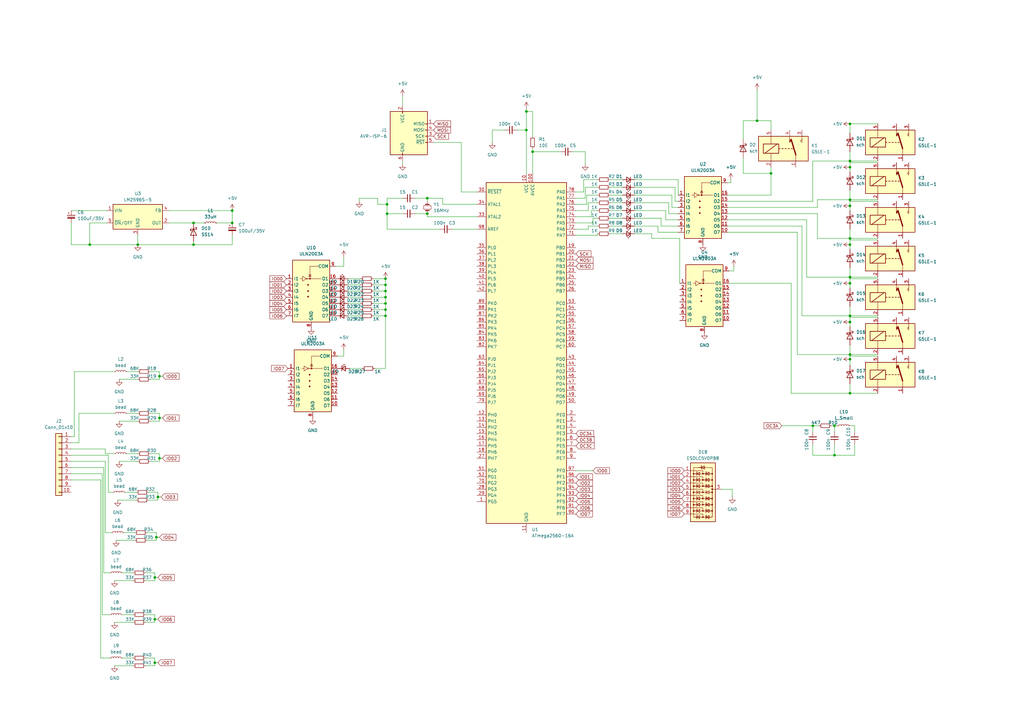
<source format=kicad_sch>
(kicad_sch (version 20230121) (generator eeschema)
  (paper "A3")
  (junction (at 65.405 187.96))
  (junction (at 348.615 97.79))
  (junction (at 348.615 81.915))
  (junction (at 348.615 161.29))
  (junction (at 348.615 129.54))
  (junction (at 95.25 91.44))
  (junction (at 158.115 116.84))
  (junction (at 79.375 100.33))
  (junction (at 348.615 84.455))
  (junction (at 158.115 127))
  (junction (at 348.615 113.665))
  (junction (at 56.515 100.33))
  (junction (at 158.75 87.63))
  (junction (at 316.23 71.12))
  (junction (at 218.44 62.23))
  (junction (at 348.615 132.08))
  (junction (at 158.115 121.92))
  (junction (at 215.9 53.34))
  (junction (at 63.5 271.78))
  (junction (at 64.135 220.345))
  (junction (at 348.615 68.58))
  (junction (at 158.115 129.54))
  (junction (at 79.375 91.44))
  (junction (at 342.265 174.625))
  (junction (at 333.375 174.625))
  (junction (at 65.405 154.305))
  (junction (at 63.5 254))
  (junction (at 158.75 83.82))
  (junction (at 348.615 66.04))
  (junction (at 215.9 45.72))
  (junction (at 348.615 100.33))
  (junction (at 63.5 236.855))
  (junction (at 342.265 186.69))
  (junction (at 348.615 145.415))
  (junction (at 158.115 114.3))
  (junction (at 175.26 87.63))
  (junction (at 64.77 203.835))
  (junction (at 310.515 49.53))
  (junction (at 348.615 116.205))
  (junction (at 95.25 86.36))
  (junction (at 36.83 100.33))
  (junction (at 348.615 50.8))
  (junction (at 348.615 147.32))
  (junction (at 175.26 81.28))
  (junction (at 158.115 119.38))
  (junction (at 158.115 124.46))
  (junction (at 65.405 171.45))
  (wire (pts (xy 250.19 95.885) (xy 255.27 95.885)))
  (wire (pts (xy 360.045 66.04) (xy 348.615 66.04)))
  (wire (pts (xy 147.955 114.3) (xy 142.875 114.3)))
  (wire (pts (xy 304.8 64.77) (xy 304.8 71.12)))
  (wire (pts (xy 327.025 95.25) (xy 327.025 145.415)))
  (wire (pts (xy 215.9 53.34) (xy 215.9 71.12)))
  (wire (pts (xy 348.615 66.04) (xy 348.615 62.23)))
  (wire (pts (xy 242.57 86.36) (xy 245.11 86.36)))
  (wire (pts (xy 69.215 91.44) (xy 79.375 91.44)))
  (wire (pts (xy 335.28 87.63) (xy 335.28 97.79)))
  (wire (pts (xy 241.3 92.71) (xy 245.11 92.71)))
  (wire (pts (xy 59.69 252.095) (xy 63.5 252.095)))
  (wire (pts (xy 50.165 252.095) (xy 54.61 252.095)))
  (wire (pts (xy 239.395 78.74) (xy 239.395 73.66)))
  (wire (pts (xy 175.26 81.28) (xy 175.26 82.55)))
  (wire (pts (xy 56.515 100.33) (xy 56.515 96.52)))
  (wire (pts (xy 64.135 218.44) (xy 64.135 220.345)))
  (wire (pts (xy 360.045 66.675) (xy 348.615 66.675)))
  (wire (pts (xy 63.5 271.78) (xy 64.77 271.78)))
  (wire (pts (xy 236.22 93.98) (xy 241.3 93.98)))
  (wire (pts (xy 324.485 161.29) (xy 348.615 161.29)))
  (wire (pts (xy 310.515 36.83) (xy 310.515 49.53)))
  (wire (pts (xy 271.145 89.535) (xy 271.145 92.71)))
  (wire (pts (xy 218.44 60.96) (xy 218.44 62.23)))
  (wire (pts (xy 348.615 161.29) (xy 348.615 157.48)))
  (wire (pts (xy 236.22 91.44) (xy 243.205 91.44)))
  (wire (pts (xy 195.58 88.9) (xy 175.26 88.9)))
  (wire (pts (xy 95.25 86.36) (xy 95.25 91.44)))
  (wire (pts (xy 60.325 218.44) (xy 64.135 218.44)))
  (wire (pts (xy 207.01 53.34) (xy 201.93 53.34)))
  (wire (pts (xy 328.93 129.54) (xy 348.615 129.54)))
  (wire (pts (xy 29.21 184.15) (xy 43.18 184.15)))
  (wire (pts (xy 29.21 181.61) (xy 32.385 181.61)))
  (wire (pts (xy 181.61 81.28) (xy 175.26 81.28)))
  (wire (pts (xy 267.335 97.79) (xy 278.765 97.79)))
  (wire (pts (xy 267.335 95.885) (xy 267.335 97.79)))
  (wire (pts (xy 158.115 127) (xy 158.115 124.46)))
  (wire (pts (xy 36.83 91.44) (xy 36.83 100.33)))
  (wire (pts (xy 65.405 172.72) (xy 61.595 172.72)))
  (wire (pts (xy 275.59 85.09) (xy 278.13 85.09)))
  (wire (pts (xy 61.595 152.4) (xy 65.405 152.4)))
  (wire (pts (xy 333.375 66.04) (xy 348.615 66.04)))
  (wire (pts (xy 48.895 172.72) (xy 56.515 172.72)))
  (wire (pts (xy 65.405 171.45) (xy 65.405 172.72)))
  (wire (pts (xy 50.165 234.95) (xy 54.61 234.95)))
  (wire (pts (xy 333.375 177.165) (xy 333.375 174.625)))
  (wire (pts (xy 42.545 191.77) (xy 42.545 234.95)))
  (wire (pts (xy 43.815 91.44) (xy 36.83 91.44)))
  (wire (pts (xy 138.43 146.05) (xy 140.97 146.05)))
  (wire (pts (xy 65.405 169.545) (xy 65.405 171.45)))
  (wire (pts (xy 348.615 82.55) (xy 360.045 82.55)))
  (wire (pts (xy 65.405 155.575) (xy 61.595 155.575)))
  (wire (pts (xy 333.375 182.245) (xy 333.375 186.69)))
  (wire (pts (xy 276.86 76.835) (xy 276.86 82.55)))
  (wire (pts (xy 63.5 254) (xy 63.5 255.27)))
  (wire (pts (xy 240.03 76.835) (xy 245.11 76.835)))
  (wire (pts (xy 63.5 238.125) (xy 59.69 238.125)))
  (wire (pts (xy 348.615 118.11) (xy 348.615 116.205)))
  (wire (pts (xy 250.19 83.185) (xy 255.27 83.185)))
  (wire (pts (xy 273.05 90.17) (xy 278.13 90.17)))
  (wire (pts (xy 46.99 238.125) (xy 54.61 238.125)))
  (wire (pts (xy 269.875 95.25) (xy 278.13 95.25)))
  (wire (pts (xy 147.955 124.46) (xy 142.875 124.46)))
  (wire (pts (xy 260.35 86.36) (xy 273.05 86.36)))
  (wire (pts (xy 218.44 45.72) (xy 215.9 45.72)))
  (wire (pts (xy 41.275 196.85) (xy 41.275 269.875)))
  (wire (pts (xy 165.1 81.28) (xy 158.75 81.28)))
  (wire (pts (xy 153.035 121.92) (xy 158.115 121.92)))
  (wire (pts (xy 260.35 92.71) (xy 269.875 92.71)))
  (wire (pts (xy 250.19 76.835) (xy 255.27 76.835)))
  (wire (pts (xy 240.665 80.01) (xy 245.11 80.01)))
  (wire (pts (xy 348.615 132.08) (xy 348.615 130.175)))
  (wire (pts (xy 153.035 127) (xy 158.115 127)))
  (wire (pts (xy 29.21 179.07) (xy 30.48 179.07)))
  (wire (pts (xy 79.375 99.06) (xy 79.375 100.33)))
  (wire (pts (xy 260.35 76.835) (xy 276.86 76.835)))
  (wire (pts (xy 30.48 179.07) (xy 30.48 152.4)))
  (wire (pts (xy 158.75 93.98) (xy 158.75 87.63)))
  (wire (pts (xy 29.21 191.77) (xy 42.545 191.77)))
  (wire (pts (xy 243.205 89.535) (xy 245.11 89.535)))
  (wire (pts (xy 158.75 83.82) (xy 158.75 87.63)))
  (wire (pts (xy 218.44 62.23) (xy 229.87 62.23)))
  (wire (pts (xy 64.77 203.835) (xy 66.04 203.835)))
  (wire (pts (xy 234.95 62.23) (xy 240.03 62.23)))
  (wire (pts (xy 348.615 116.205) (xy 348.615 114.3)))
  (wire (pts (xy 158.115 116.84) (xy 153.035 116.84)))
  (wire (pts (xy 218.44 55.88) (xy 218.44 45.72)))
  (wire (pts (xy 348.615 130.175) (xy 360.045 130.175)))
  (wire (pts (xy 260.35 89.535) (xy 271.145 89.535)))
  (wire (pts (xy 240.03 81.28) (xy 240.03 76.835)))
  (wire (pts (xy 43.18 189.23) (xy 43.18 218.44)))
  (wire (pts (xy 65.405 187.96) (xy 65.405 189.23)))
  (wire (pts (xy 29.21 196.85) (xy 41.275 196.85)))
  (wire (pts (xy 348.615 133.985) (xy 348.615 132.08)))
  (wire (pts (xy 154.94 83.82) (xy 158.75 83.82)))
  (wire (pts (xy 269.875 92.71) (xy 269.875 95.25)))
  (wire (pts (xy 170.18 81.28) (xy 175.26 81.28)))
  (wire (pts (xy 239.395 73.66) (xy 245.11 73.66)))
  (wire (pts (xy 304.8 71.12) (xy 316.23 71.12)))
  (wire (pts (xy 316.23 80.01) (xy 316.23 71.12)))
  (wire (pts (xy 348.615 66.675) (xy 348.615 68.58)))
  (wire (pts (xy 50.8 218.44) (xy 55.245 218.44)))
  (wire (pts (xy 36.83 100.33) (xy 56.515 100.33)))
  (wire (pts (xy 63.5 236.855) (xy 63.5 238.125)))
  (wire (pts (xy 153.035 129.54) (xy 158.115 129.54)))
  (wire (pts (xy 240.03 62.23) (xy 240.03 67.31)))
  (wire (pts (xy 350.52 182.245) (xy 350.52 186.69)))
  (wire (pts (xy 65.405 154.305) (xy 66.675 154.305)))
  (wire (pts (xy 299.085 111.125) (xy 300.99 111.125)))
  (wire (pts (xy 348.615 50.8) (xy 360.045 50.8)))
  (wire (pts (xy 348.615 68.58) (xy 348.615 70.485)))
  (wire (pts (xy 50.165 269.875) (xy 54.61 269.875)))
  (wire (pts (xy 342.265 174.625) (xy 342.265 177.165)))
  (wire (pts (xy 63.5 234.95) (xy 63.5 236.855)))
  (wire (pts (xy 333.375 82.55) (xy 333.375 66.04)))
  (wire (pts (xy 275.59 80.01) (xy 275.59 85.09)))
  (wire (pts (xy 360.045 129.54) (xy 348.615 129.54)))
  (wire (pts (xy 153.035 119.38) (xy 158.115 119.38)))
  (wire (pts (xy 274.32 87.63) (xy 278.13 87.63)))
  (wire (pts (xy 52.07 152.4) (xy 56.515 152.4)))
  (wire (pts (xy 316.23 49.53) (xy 316.23 53.34)))
  (wire (pts (xy 360.045 145.415) (xy 348.615 145.415)))
  (wire (pts (xy 348.615 81.915) (xy 348.615 78.105)))
  (wire (pts (xy 65.405 187.96) (xy 66.675 187.96)))
  (wire (pts (xy 59.69 234.95) (xy 63.5 234.95)))
  (wire (pts (xy 360.045 161.29) (xy 348.615 161.29)))
  (wire (pts (xy 158.75 81.28) (xy 158.75 83.82)))
  (wire (pts (xy 350.52 186.69) (xy 342.265 186.69)))
  (wire (pts (xy 250.19 73.66) (xy 255.27 73.66)))
  (wire (pts (xy 64.77 201.93) (xy 64.77 203.835)))
  (wire (pts (xy 153.035 114.3) (xy 158.115 114.3)))
  (wire (pts (xy 32.385 181.61) (xy 32.385 169.545)))
  (wire (pts (xy 340.995 174.625) (xy 342.265 174.625)))
  (wire (pts (xy 43.18 184.15) (xy 43.18 186.055)))
  (wire (pts (xy 298.45 90.17) (xy 330.835 90.17)))
  (wire (pts (xy 348.615 114.3) (xy 360.045 114.3)))
  (wire (pts (xy 147.955 121.92) (xy 142.875 121.92)))
  (wire (pts (xy 64.135 221.615) (xy 60.325 221.615)))
  (wire (pts (xy 250.19 89.535) (xy 255.27 89.535)))
  (wire (pts (xy 63.5 269.875) (xy 63.5 271.78)))
  (wire (pts (xy 299.085 116.205) (xy 324.485 116.205)))
  (wire (pts (xy 348.615 149.86) (xy 348.615 147.32)))
  (wire (pts (xy 298.45 95.25) (xy 327.025 95.25)))
  (wire (pts (xy 29.21 91.44) (xy 29.21 100.33)))
  (wire (pts (xy 44.45 201.93) (xy 46.355 201.93)))
  (wire (pts (xy 212.09 53.34) (xy 215.9 53.34)))
  (wire (pts (xy 324.485 116.205) (xy 324.485 161.29)))
  (wire (pts (xy 298.45 92.71) (xy 328.93 92.71)))
  (wire (pts (xy 95.25 96.52) (xy 95.25 100.33)))
  (wire (pts (xy 278.13 73.66) (xy 278.13 80.01)))
  (wire (pts (xy 327.025 145.415) (xy 348.615 145.415)))
  (wire (pts (xy 63.5 255.27) (xy 59.69 255.27)))
  (wire (pts (xy 274.32 83.185) (xy 274.32 87.63)))
  (wire (pts (xy 304.8 49.53) (xy 310.515 49.53)))
  (wire (pts (xy 65.405 152.4) (xy 65.405 154.305)))
  (wire (pts (xy 201.93 53.34) (xy 201.93 58.42)))
  (wire (pts (xy 64.135 220.345) (xy 65.405 220.345)))
  (wire (pts (xy 298.45 74.93) (xy 299.72 74.93)))
  (wire (pts (xy 51.435 201.93) (xy 55.88 201.93)))
  (wire (pts (xy 278.765 97.79) (xy 278.765 116.205)))
  (wire (pts (xy 64.77 205.105) (xy 60.96 205.105)))
  (wire (pts (xy 236.22 96.52) (xy 245.11 96.52)))
  (wire (pts (xy 348.615 86.36) (xy 348.615 84.455)))
  (wire (pts (xy 148.59 151.13) (xy 143.51 151.13)))
  (wire (pts (xy 245.11 96.52) (xy 245.11 95.885)))
  (wire (pts (xy 260.35 95.885) (xy 267.335 95.885)))
  (wire (pts (xy 29.21 100.33) (xy 36.83 100.33)))
  (wire (pts (xy 44.45 186.69) (xy 44.45 201.93)))
  (wire (pts (xy 43.18 218.44) (xy 45.72 218.44)))
  (wire (pts (xy 236.22 78.74) (xy 239.395 78.74)))
  (wire (pts (xy 158.115 119.38) (xy 158.115 116.84)))
  (wire (pts (xy 299.72 74.93) (xy 299.72 73.66)))
  (wire (pts (xy 240.665 83.82) (xy 240.665 80.01)))
  (wire (pts (xy 316.23 71.12) (xy 316.23 68.58)))
  (wire (pts (xy 41.91 252.095) (xy 45.085 252.095)))
  (wire (pts (xy 348.615 146.05) (xy 360.045 146.05)))
  (wire (pts (xy 348.615 145.415) (xy 348.615 141.605)))
  (wire (pts (xy 348.615 84.455) (xy 348.615 82.55)))
  (wire (pts (xy 140.97 109.22) (xy 140.97 105.41)))
  (wire (pts (xy 165.1 39.37) (xy 165.1 43.18)))
  (wire (pts (xy 348.615 113.665) (xy 348.615 109.855)))
  (wire (pts (xy 165.1 66.04) (xy 165.1 67.31)))
  (wire (pts (xy 46.99 273.05) (xy 54.61 273.05)))
  (wire (pts (xy 175.26 88.9) (xy 175.26 87.63)))
  (wire (pts (xy 64.77 203.835) (xy 64.77 205.105)))
  (wire (pts (xy 158.115 124.46) (xy 158.115 121.92)))
  (wire (pts (xy 350.52 174.625) (xy 350.52 177.165)))
  (wire (pts (xy 342.265 174.625) (xy 343.535 174.625)))
  (wire (pts (xy 147.955 127) (xy 142.875 127)))
  (wire (pts (xy 29.21 186.69) (xy 44.45 186.69)))
  (wire (pts (xy 342.265 186.69) (xy 342.265 182.245)))
  (wire (pts (xy 243.205 91.44) (xy 243.205 89.535)))
  (wire (pts (xy 158.115 151.13) (xy 158.115 129.54)))
  (wire (pts (xy 185.42 93.98) (xy 195.58 93.98)))
  (wire (pts (xy 69.215 86.36) (xy 95.25 86.36)))
  (wire (pts (xy 236.22 81.28) (xy 240.03 81.28)))
  (wire (pts (xy 61.595 186.055) (xy 65.405 186.055)))
  (wire (pts (xy 41.275 269.875) (xy 45.085 269.875)))
  (wire (pts (xy 273.05 86.36) (xy 273.05 90.17)))
  (wire (pts (xy 271.145 92.71) (xy 278.13 92.71)))
  (wire (pts (xy 218.44 62.23) (xy 218.44 71.12)))
  (wire (pts (xy 250.19 80.01) (xy 255.27 80.01)))
  (wire (pts (xy 158.115 129.54) (xy 158.115 127)))
  (wire (pts (xy 335.28 85.09) (xy 335.28 81.915)))
  (wire (pts (xy 63.5 271.78) (xy 63.5 273.05)))
  (wire (pts (xy 65.405 189.23) (xy 61.595 189.23)))
  (wire (pts (xy 242.57 88.9) (xy 242.57 86.36)))
  (wire (pts (xy 147.955 129.54) (xy 142.875 129.54)))
  (wire (pts (xy 63.5 252.095) (xy 63.5 254)))
  (wire (pts (xy 360.045 97.79) (xy 348.615 97.79)))
  (wire (pts (xy 189.23 58.42) (xy 189.23 78.74)))
  (wire (pts (xy 241.3 86.36) (xy 241.3 83.185)))
  (wire (pts (xy 60.96 201.93) (xy 64.77 201.93)))
  (wire (pts (xy 64.135 220.345) (xy 64.135 221.615)))
  (wire (pts (xy 295.91 200.66) (xy 300.355 200.66)))
  (wire (pts (xy 298.45 87.63) (xy 335.28 87.63)))
  (wire (pts (xy 63.5 254) (xy 64.77 254)))
  (wire (pts (xy 59.69 269.875) (xy 63.5 269.875)))
  (wire (pts (xy 181.61 83.82) (xy 181.61 81.28)))
  (wire (pts (xy 48.895 189.23) (xy 56.515 189.23)))
  (wire (pts (xy 250.19 86.36) (xy 255.27 86.36)))
  (wire (pts (xy 241.3 83.185) (xy 245.11 83.185)))
  (wire (pts (xy 153.67 151.13) (xy 158.115 151.13)))
  (wire (pts (xy 52.07 169.545) (xy 56.515 169.545)))
  (wire (pts (xy 48.895 155.575) (xy 56.515 155.575)))
  (wire (pts (xy 348.615 97.79) (xy 348.615 93.98)))
  (wire (pts (xy 65.405 154.305) (xy 65.405 155.575)))
  (wire (pts (xy 79.375 91.44) (xy 83.82 91.44)))
  (wire (pts (xy 298.45 85.09) (xy 335.28 85.09)))
  (wire (pts (xy 348.615 147.32) (xy 348.615 146.05)))
  (wire (pts (xy 158.115 121.92) (xy 158.115 119.38)))
  (wire (pts (xy 158.115 114.3) (xy 158.115 116.84)))
  (wire (pts (xy 154.94 81.28) (xy 154.94 83.82)))
  (wire (pts (xy 153.035 124.46) (xy 158.115 124.46)))
  (wire (pts (xy 47.625 221.615) (xy 55.245 221.615)))
  (wire (pts (xy 147.32 81.28) (xy 154.94 81.28)))
  (wire (pts (xy 236.22 86.36) (xy 241.3 86.36)))
  (wire (pts (xy 137.795 109.22) (xy 140.97 109.22)))
  (wire (pts (xy 298.45 82.55) (xy 333.375 82.55)))
  (wire (pts (xy 260.35 73.66) (xy 278.13 73.66)))
  (wire (pts (xy 236.22 88.9) (xy 242.57 88.9)))
  (wire (pts (xy 333.375 186.69) (xy 342.265 186.69)))
  (wire (pts (xy 65.405 186.055) (xy 65.405 187.96)))
  (wire (pts (xy 195.58 83.82) (xy 181.61 83.82)))
  (wire (pts (xy 52.07 186.055) (xy 56.515 186.055)))
  (wire (pts (xy 335.28 97.79) (xy 348.615 97.79)))
  (wire (pts (xy 260.35 80.01) (xy 275.59 80.01)))
  (wire (pts (xy 48.26 205.105) (xy 55.88 205.105)))
  (wire (pts (xy 300.355 200.66) (xy 300.355 203.835)))
  (wire (pts (xy 348.615 54.61) (xy 348.615 50.8)))
  (wire (pts (xy 304.8 57.15) (xy 304.8 49.53)))
  (wire (pts (xy 348.615 174.625) (xy 350.52 174.625)))
  (wire (pts (xy 170.18 87.63) (xy 175.26 87.63)))
  (wire (pts (xy 147.955 116.84) (xy 142.875 116.84)))
  (wire (pts (xy 29.21 189.23) (xy 43.18 189.23)))
  (wire (pts (xy 41.91 194.31) (xy 41.91 252.095)))
  (wire (pts (xy 63.5 273.05) (xy 59.69 273.05)))
  (wire (pts (xy 215.9 44.45) (xy 215.9 45.72)))
  (wire (pts (xy 147.32 82.55) (xy 147.32 81.28)))
  (wire (pts (xy 158.75 87.63) (xy 165.1 87.63)))
  (wire (pts (xy 79.375 100.33) (xy 56.515 100.33)))
  (wire (pts (xy 42.545 234.95) (xy 45.085 234.95)))
  (wire (pts (xy 348.615 100.33) (xy 348.615 98.425)))
  (wire (pts (xy 140.97 146.05) (xy 140.97 143.51)))
  (wire (pts (xy 360.045 113.665) (xy 348.615 113.665)))
  (wire (pts (xy 335.28 81.915) (xy 348.615 81.915)))
  (wire (pts (xy 330.835 113.665) (xy 348.615 113.665)))
  (wire (pts (xy 215.9 45.72) (xy 215.9 53.34)))
  (wire (pts (xy 330.835 90.17) (xy 330.835 113.665)))
  (wire (pts (xy 276.86 82.55) (xy 278.13 82.55)))
  (wire (pts (xy 328.93 92.71) (xy 328.93 129.54)))
  (wire (pts (xy 63.5 236.855) (xy 64.77 236.855)))
  (wire (pts (xy 250.19 92.71) (xy 255.27 92.71)))
  (wire (pts (xy 236.22 83.82) (xy 240.665 83.82)))
  (wire (pts (xy 147.955 119.38) (xy 142.875 119.38)))
  (wire (pts (xy 300.99 111.125) (xy 300.99 109.22)))
  (wire (pts (xy 180.34 93.98) (xy 158.75 93.98)))
  (wire (pts (xy 236.22 193.04) (xy 243.205 193.04)))
  (wire (pts (xy 360.045 81.915) (xy 348.615 81.915)))
  (wire (pts (xy 30.48 152.4) (xy 46.99 152.4)))
  (wire (pts (xy 32.385 169.545) (xy 46.99 169.545)))
  (wire (pts (xy 310.515 49.53) (xy 316.23 49.53)))
  (wire (pts (xy 333.375 174.625) (xy 335.915 174.625)))
  (wire (pts (xy 88.9 91.44) (xy 95.25 91.44)))
  (wire (pts (xy 348.615 129.54) (xy 348.615 125.73)))
  (wire (pts (xy 260.35 83.185) (xy 274.32 83.185)))
  (wire (pts (xy 348.615 98.425) (xy 360.045 98.425)))
  (wire (pts (xy 298.45 80.01) (xy 316.23 80.01)))
  (wire (pts (xy 320.675 174.625) (xy 333.375 174.625)))
  (wire (pts (xy 46.99 255.27) (xy 54.61 255.27)))
  (wire (pts (xy 65.405 171.45) (xy 66.675 171.45)))
  (wire (pts (xy 95.25 100.33) (xy 79.375 100.33)))
  (wire (pts (xy 241.3 93.98) (xy 241.3 92.71)))
  (wire (pts (xy 177.8 58.42) (xy 189.23 58.42)))
  (wire (pts (xy 29.21 86.36) (xy 43.815 86.36)))
  (wire (pts (xy 348.615 102.235) (xy 348.615 100.33)))
  (wire (pts (xy 29.21 194.31) (xy 41.91 194.31)))
  (wire (pts (xy 61.595 169.545) (xy 65.405 169.545)))
  (wire (pts (xy 43.18 186.055) (xy 46.99 186.055)))
  (wire (pts (xy 189.23 78.74) (xy 195.58 78.74)))
  (global_label "IO04" (shape input) (at 280.67 203.2 180) (property "Intersheetrefs" "${INTERSHEET_REFS}" (effects hide)))
  (global_label "IO01" (shape input) (at 66.675 171.45 0) (property "Intersheetrefs" "${INTERSHEET_REFS}" (effects hide)))
  (global_label "IO04" (shape input) (at 65.405 220.345 0) (property "Intersheetrefs" "${INTERSHEET_REFS}" (effects hide)))
  (global_label "IO05" (shape input) (at 64.77 236.855 0) (property "Intersheetrefs" "${INTERSHEET_REFS}" (effects hide)))
  (global_label "IO04" (shape input) (at 236.22 203.2 0) (property "Intersheetrefs" "${INTERSHEET_REFS}" (effects hide)))
  (global_label "OC3C" (shape input) (at 236.22 182.88 0) (property "Intersheetrefs" "${INTERSHEET_REFS}" (effects hide)))
  (global_label "SCK" (shape input) (at 177.8 55.88 0) (property "Intersheetrefs" "${INTERSHEET_REFS}" (effects hide)))
  (global_label "MOSI" (shape input) (at 236.22 106.68 0) (property "Intersheetrefs" "${INTERSHEET_REFS}" (effects hide)))
  (global_label "IO01" (shape input) (at 280.67 195.58 180) (property "Intersheetrefs" "${INTERSHEET_REFS}" (effects hide)))
  (global_label "IO03" (shape input) (at 117.475 121.92 180) (property "Intersheetrefs" "${INTERSHEET_REFS}" (effects hide)))
  (global_label "IO00" (shape input) (at 280.67 193.04 180) (property "Intersheetrefs" "${INTERSHEET_REFS}" (effects hide)))
  (global_label "SCK" (shape input) (at 236.22 104.14 0) (property "Intersheetrefs" "${INTERSHEET_REFS}" (effects hide)))
  (global_label "MISO" (shape input) (at 236.22 109.22 0) (property "Intersheetrefs" "${INTERSHEET_REFS}" (effects hide)))
  (global_label "IO00" (shape input) (at 117.475 114.3 180) (property "Intersheetrefs" "${INTERSHEET_REFS}" (effects hide)))
  (global_label "IO03" (shape input) (at 66.04 203.835 0) (property "Intersheetrefs" "${INTERSHEET_REFS}" (effects hide)))
  (global_label "OC3B" (shape input) (at 236.22 180.34 0) (property "Intersheetrefs" "${INTERSHEET_REFS}" (effects hide)))
  (global_label "IO07" (shape input) (at 64.77 271.78 0) (property "Intersheetrefs" "${INTERSHEET_REFS}" (effects hide)))
  (global_label "OC3A" (shape input) (at 236.22 177.8 0) (property "Intersheetrefs" "${INTERSHEET_REFS}" (effects hide)))
  (global_label "OC3A" (shape input) (at 320.675 174.625 180) (property "Intersheetrefs" "${INTERSHEET_REFS}" (effects hide)))
  (global_label "IO02" (shape input) (at 66.675 187.96 0) (property "Intersheetrefs" "${INTERSHEET_REFS}" (effects hide)))
  (global_label "IO00" (shape input) (at 66.675 154.305 0) (property "Intersheetrefs" "${INTERSHEET_REFS}" (effects hide)))
  (global_label "IO06" (shape input) (at 236.22 208.28 0) (property "Intersheetrefs" "${INTERSHEET_REFS}" (effects hide)))
  (global_label "IO07" (shape input) (at 280.67 210.82 180) (property "Intersheetrefs" "${INTERSHEET_REFS}" (effects hide)))
  (global_label "MOSI" (shape input) (at 177.8 53.34 0) (property "Intersheetrefs" "${INTERSHEET_REFS}" (effects hide)))
  (global_label "IO01" (shape input) (at 236.22 195.58 0) (property "Intersheetrefs" "${INTERSHEET_REFS}" (effects hide)))
  (global_label "IO00" (shape input) (at 243.205 193.04 0) (property "Intersheetrefs" "${INTERSHEET_REFS}" (effects hide)))
  (global_label "IO05" (shape input) (at 280.67 205.74 180) (property "Intersheetrefs" "${INTERSHEET_REFS}" (effects hide)))
  (global_label "IO02" (shape input) (at 117.475 119.38 180) (property "Intersheetrefs" "${INTERSHEET_REFS}" (effects hide)))
  (global_label "IO07" (shape input) (at 236.22 210.82 0) (property "Intersheetrefs" "${INTERSHEET_REFS}" (effects hide)))
  (global_label "MISO" (shape input) (at 177.8 50.8 0) (property "Intersheetrefs" "${INTERSHEET_REFS}" (effects hide)))
  (global_label "IO01" (shape input) (at 117.475 116.84 180) (property "Intersheetrefs" "${INTERSHEET_REFS}" (effects hide)))
  (global_label "IO02" (shape input) (at 280.67 198.12 180) (property "Intersheetrefs" "${INTERSHEET_REFS}" (effects hide)))
  (global_label "IO06" (shape input) (at 64.77 254 0) (property "Intersheetrefs" "${INTERSHEET_REFS}" (effects hide)))
  (global_label "IO04" (shape input) (at 117.475 124.46 180) (property "Intersheetrefs" "${INTERSHEET_REFS}" (effects hide)))
  (global_label "IO03" (shape input) (at 280.67 200.66 180) (property "Intersheetrefs" "${INTERSHEET_REFS}" (effects hide)))
  (global_label "IO06" (shape input) (at 117.475 129.54 180) (property "Intersheetrefs" "${INTERSHEET_REFS}" (effects hide)))
  (global_label "IO07" (shape input) (at 118.11 151.13 180) (property "Intersheetrefs" "${INTERSHEET_REFS}" (effects hide)))
  (global_label "IO02" (shape input) (at 236.22 198.12 0) (property "Intersheetrefs" "${INTERSHEET_REFS}" (effects hide)))
  (global_label "IO05" (shape input) (at 117.475 127 180) (property "Intersheetrefs" "${INTERSHEET_REFS}" (effects hide)))
  (global_label "IO03" (shape input) (at 236.22 200.66 0) (property "Intersheetrefs" "${INTERSHEET_REFS}" (effects hide)))
  (global_label "IO06" (shape input) (at 280.67 208.28 180) (property "Intersheetrefs" "${INTERSHEET_REFS}" (effects hide)))
  (global_label "IO05" (shape input) (at 236.22 205.74 0) (property "Intersheetrefs" "${INTERSHEET_REFS}" (effects hide)))
  (symbol (lib_id "Device:LED_Small") (at 140.335 129.54 0) (unit 1)
    (property "Reference" "D25" (at 144.145 130.81 0))
    (property "Value" "LED" (at 136.525 130.81 0))
    (property "Footprint" "LED_SMD:LED_0805_2012Metric_Pad1.15x1.40mm_HandSolder" (effects hide))
  )
  (symbol (lib_id "Power_Protection:ESDLC5V0PB8") (at 288.29 200.66 90) (mirror x) (unit 1)
    (property "Reference" "D18" (at 288.29 185.42 90))
    (property "Value" "ESDLC5V0PB8" (at 288.29 187.96 90))
    (property "Footprint" "Package_DFN_QFN:UDFN-9_1.0x3.8mm_P0.5mm" (effects hide))
    (property "Datasheet" "https://www.mccsemi.com/pdf/Products/ESDLC5V0PB8(DFN3810-9)-A.pdf" (effects hide))
  )
  (symbol (lib_id "Device:R_Small") (at 59.055 189.23 90) (unit 1)
    (property "Reference" "R31" (at 62.23 187.96 90))
    (property "Value" "33K" (at 55.245 187.96 90))
    (property "Footprint" "Resistor_SMD:R_0805_2012Metric_Pad1.20x1.40mm_HandSolder" (effects hide))
  )
  (symbol (lib_id "Device:R_Small") (at 247.65 76.835 90) (unit 1)
    (property "Reference" "R3" (at 250.825 75.565 90))
    (property "Value" "1K" (at 243.84 75.565 90))
    (property "Footprint" "Resistor_SMD:R_0805_2012Metric_Pad1.20x1.40mm_HandSolder" (effects hide))
  )
  (symbol (lib_id "Relay:G5LE-1") (at 365.125 58.42 0) (unit 1)
    (property "Reference" "K2" (at 376.555 57.15 0) (effects (justify left)))
    (property "Value" "G5LE-1" (at 376.555 59.69 0) (effects (justify left)))
    (property "Footprint" "Relay_THT:Relay_SPDT_Omron-G5LE-1" (effects hide))
    (property "Datasheet" "http://www.omron.com/ecb/products/pdf/en-g5le.pdf" (effects hide))
  )
  (symbol (lib_id "power:+5V") (at 348.615 68.58 90) (unit 1)
    (property "Reference" "#PWR013" (effects hide))
    (property "Value" "+5V" (at 345.44 68.58 90) (effects (justify left)))
  )
  (symbol (lib_id "power:+5V") (at 348.615 132.08 90) (unit 1)
    (property "Reference" "#PWR017" (effects hide))
    (property "Value" "+5V" (at 345.44 132.08 90) (effects (justify left)))
  )
  (symbol (lib_id "Device:R_Small") (at 247.65 95.885 90) (unit 1)
    (property "Reference" "R9" (at 250.825 94.615 90))
    (property "Value" "1K" (at 243.84 94.615 90))
    (property "Footprint" "Resistor_SMD:R_0805_2012Metric_Pad1.20x1.40mm_HandSolder" (effects hide))
  )
  (symbol (lib_id "power:GND") (at 127.635 134.62 0) (unit 1)
    (property "Reference" "#PWR033" (effects hide))
    (property "Value" "GND" (at 127.635 139.7 0))
  )
  (symbol (lib_id "Device:LED_Small") (at 140.97 151.13 0) (unit 1)
    (property "Reference" "D26" (at 144.78 152.4 0))
    (property "Value" "LED" (at 137.16 152.4 0))
    (property "Footprint" "LED_SMD:LED_0805_2012Metric_Pad1.15x1.40mm_HandSolder" (effects hide))
  )
  (symbol (lib_id "Device:R_Small") (at 247.65 83.185 90) (unit 1)
    (property "Reference" "R5" (at 250.825 81.915 90))
    (property "Value" "1K" (at 243.84 81.915 90))
    (property "Footprint" "Resistor_SMD:R_0805_2012Metric_Pad1.20x1.40mm_HandSolder" (effects hide))
  )
  (symbol (lib_id "Device:LED_Small") (at 140.335 121.92 0) (unit 1)
    (property "Reference" "D22" (at 144.145 123.19 0))
    (property "Value" "LED" (at 136.525 123.19 0))
    (property "Footprint" "LED_SMD:LED_0805_2012Metric_Pad1.15x1.40mm_HandSolder" (effects hide))
  )
  (symbol (lib_id "Device:R_Small") (at 57.785 221.615 90) (unit 1)
    (property "Reference" "R35" (at 60.96 220.345 90))
    (property "Value" "33K" (at 53.975 220.345 90))
    (property "Footprint" "Resistor_SMD:R_0805_2012Metric_Pad1.20x1.40mm_HandSolder" (effects hide))
  )
  (symbol (lib_id "power:GND") (at 48.26 205.105 0) (unit 1)
    (property "Reference" "#PWR038" (effects hide))
    (property "Value" "GND" (at 48.26 210.185 0))
  )
  (symbol (lib_id "Device:R_Small") (at 57.15 273.05 90) (unit 1)
    (property "Reference" "R41" (at 60.325 271.78 90))
    (property "Value" "33K" (at 53.34 271.78 90))
    (property "Footprint" "Resistor_SMD:R_0805_2012Metric_Pad1.20x1.40mm_HandSolder" (effects hide))
  )
  (symbol (lib_id "Device:Crystal_Small") (at 175.26 85.09 90) (unit 1)
    (property "Reference" "Y1" (at 177.8 83.82 90) (effects (justify right)))
    (property "Value" "16MHz" (at 177.8 86.36 90) (effects (justify right)))
    (property "Footprint" "Crystal:Crystal_HC49-U_Vertical" (effects hide))
  )
  (symbol (lib_id "Device:LED_Small") (at 140.335 116.84 0) (unit 1)
    (property "Reference" "D20" (at 144.145 118.11 0))
    (property "Value" "LED" (at 136.525 118.11 0))
    (property "Footprint" "LED_SMD:LED_0805_2012Metric_Pad1.15x1.40mm_HandSolder" (effects hide))
  )
  (symbol (lib_id "Device:R_Small") (at 59.055 169.545 90) (unit 1)
    (property "Reference" "R28" (at 62.23 168.275 90))
    (property "Value" "68K" (at 55.245 168.275 90))
    (property "Footprint" "Resistor_SMD:R_0805_2012Metric_Pad1.20x1.40mm_HandSolder" (effects hide))
  )
  (symbol (lib_id "power:+5V") (at 348.615 147.32 90) (unit 1)
    (property "Reference" "#PWR018" (effects hide))
    (property "Value" "+5V" (at 345.44 147.32 90) (effects (justify left)))
  )
  (symbol (lib_id "power:+5V") (at 310.515 36.83 0) (unit 1)
    (property "Reference" "#PWR07" (effects hide))
    (property "Value" "+5V" (at 310.515 31.75 0))
  )
  (symbol (lib_id "power:GND") (at 48.895 189.23 0) (unit 1)
    (property "Reference" "#PWR037" (effects hide))
    (property "Value" "GND" (at 48.895 194.31 0))
  )
  (symbol (lib_id "Relay:G5LE-1") (at 365.125 106.045 0) (unit 1)
    (property "Reference" "K5" (at 376.555 104.775 0) (effects (justify left)))
    (property "Value" "G5LE-1" (at 376.555 107.315 0) (effects (justify left)))
    (property "Footprint" "Relay_THT:Relay_SPDT_Omron-G5LE-1" (effects hide))
    (property "Datasheet" "http://www.omron.com/ecb/products/pdf/en-g5le.pdf" (effects hide))
  )
  (symbol (lib_id "Device:L_Small") (at 86.36 91.44 90) (unit 1)
    (property "Reference" "L1" (at 86.36 86.36 90))
    (property "Value" "33uH" (at 86.36 88.9 90))
    (property "Footprint" "Inductor_SMD:L_Bourns_SRR1210A" (effects hide))
  )
  (symbol (lib_id "Device:R_Small") (at 150.495 127 270) (unit 1)
    (property "Reference" "R25" (at 147.32 128.27 90))
    (property "Value" "1K" (at 154.305 128.27 90))
    (property "Footprint" "Resistor_SMD:R_0805_2012Metric_Pad1.20x1.40mm_HandSolder" (effects hide))
  )
  (symbol (lib_id "power:GND") (at 201.93 58.42 0) (unit 1)
    (property "Reference" "#PWR05" (effects hide))
    (property "Value" "GND" (at 201.93 63.5 0))
  )
  (symbol (lib_id "Device:D_Schottky") (at 348.615 90.17 270) (unit 1)
    (property "Reference" "D13" (at 351.155 88.5825 90) (effects (justify left)))
    (property "Value" "sch" (at 351.155 91.1225 90) (effects (justify left)))
    (property "Footprint" "Diode_SMD:D_SOD-128" (effects hide))
  )
  (symbol (lib_id "power:GND") (at 147.32 82.55 0) (unit 1)
    (property "Reference" "#PWR01" (effects hide))
    (property "Value" "GND" (at 147.32 87.63 0))
  )
  (symbol (lib_id "Device:C_Small") (at 342.265 179.705 180) (unit 1)
    (property "Reference" "C9" (at 339.725 177.165 90))
    (property "Value" "100n" (at 339.725 182.245 90))
    (property "Footprint" "Capacitor_SMD:C_0805_2012Metric_Pad1.18x1.45mm_HandSolder" (effects hide))
  )
  (symbol (lib_id "Device:R_Small") (at 247.65 73.66 90) (unit 1)
    (property "Reference" "R2" (at 250.825 72.39 90))
    (property "Value" "1K" (at 243.84 72.39 90))
    (property "Footprint" "Resistor_SMD:R_0805_2012Metric_Pad1.20x1.40mm_HandSolder" (effects hide))
  )
  (symbol (lib_id "MCU_Microchip_ATmega:ATmega2560-16A") (at 215.9 144.78 0) (unit 1)
    (property "Reference" "U1" (at 218.0941 217.17 0) (effects (justify left)))
    (property "Value" "ATmega2560-16A" (at 218.0941 219.71 0) (effects (justify left)))
    (property "Footprint" "Package_QFP:TQFP-100_14x14mm_P0.5mm" (effects hide))
    (property "Datasheet" "http://ww1.microchip.com/downloads/en/DeviceDoc/Atmel-2549-8-bit-AVR-Microcontroller-ATmega640-1280-1281-2560-2561_datasheet.pdf" (effects hide))
  )
  (symbol (lib_id "power:+5V") (at 215.9 44.45 0) (unit 1)
    (property "Reference" "#PWR02" (effects hide))
    (property "Value" "+5V" (at 215.9 39.37 0))
  )
  (symbol (lib_id "Device:R_Small") (at 57.785 218.44 90) (unit 1)
    (property "Reference" "R34" (at 60.96 217.17 90))
    (property "Value" "68K" (at 53.975 217.17 90))
    (property "Footprint" "Resistor_SMD:R_0805_2012Metric_Pad1.20x1.40mm_HandSolder" (effects hide))
  )
  (symbol (lib_id "Device:LED_Small") (at 257.81 86.36 180) (unit 1)
    (property "Reference" "D6" (at 254 85.09 0))
    (property "Value" "LED" (at 261.62 85.09 0))
    (property "Footprint" "LED_SMD:LED_0805_2012Metric_Pad1.15x1.40mm_HandSolder" (effects hide))
  )
  (symbol (lib_id "Device:R_Small") (at 247.65 89.535 90) (unit 1)
    (property "Reference" "R7" (at 250.825 88.265 90))
    (property "Value" "1K" (at 243.84 88.265 90))
    (property "Footprint" "Resistor_SMD:R_0805_2012Metric_Pad1.20x1.40mm_HandSolder" (effects hide))
  )
  (symbol (lib_id "Device:R_Small") (at 218.44 58.42 0) (unit 1)
    (property "Reference" "R1" (at 220.98 57.15 0) (effects (justify left)))
    (property "Value" "10E" (at 220.98 59.69 0) (effects (justify left)))
    (property "Footprint" "Resistor_SMD:R_0805_2012Metric_Pad1.20x1.40mm_HandSolder" (effects hide))
  )
  (symbol (lib_id "Device:LED_Small") (at 257.81 95.885 180) (unit 1)
    (property "Reference" "D9" (at 254 94.615 0))
    (property "Value" "LED" (at 261.62 94.615 0))
    (property "Footprint" "LED_SMD:LED_0805_2012Metric_Pad1.15x1.40mm_HandSolder" (effects hide))
  )
  (symbol (lib_id "Device:R_Small") (at 59.055 155.575 90) (unit 1)
    (property "Reference" "R19" (at 62.23 154.305 90))
    (property "Value" "33K" (at 55.245 154.305 90))
    (property "Footprint" "Resistor_SMD:R_0805_2012Metric_Pad1.20x1.40mm_HandSolder" (effects hide))
  )
  (symbol (lib_id "power:+5V") (at 348.615 100.33 90) (unit 1)
    (property "Reference" "#PWR015" (effects hide))
    (property "Value" "+5V" (at 345.44 100.33 90) (effects (justify left)))
  )
  (symbol (lib_id "Relay:G5LE-1") (at 365.125 137.795 0) (unit 1)
    (property "Reference" "K7" (at 376.555 136.525 0) (effects (justify left)))
    (property "Value" "G5LE-1" (at 376.555 139.065 0) (effects (justify left)))
    (property "Footprint" "Relay_THT:Relay_SPDT_Omron-G5LE-1" (effects hide))
    (property "Datasheet" "http://www.omron.com/ecb/products/pdf/en-g5le.pdf" (effects hide))
  )
  (symbol (lib_id "Device:R_Small") (at 338.455 174.625 90) (unit 1)
    (property "Reference" "R10" (at 341.63 173.355 90))
    (property "Value" "4K7" (at 334.645 173.355 90))
    (property "Footprint" "Resistor_SMD:R_0805_2012Metric_Pad1.20x1.40mm_HandSolder" (effects hide))
  )
  (symbol (lib_id "power:GND") (at 56.515 100.33 0) (unit 1)
    (property "Reference" "#PWR010" (effects hide))
    (property "Value" "GND" (at 56.515 105.41 0))
  )
  (symbol (lib_id "Device:LED_Small") (at 257.81 76.835 180) (unit 1)
    (property "Reference" "D3" (at 254 75.565 0))
    (property "Value" "LED" (at 261.62 75.565 0))
    (property "Footprint" "LED_SMD:LED_0805_2012Metric_Pad1.15x1.40mm_HandSolder" (effects hide))
  )
  (symbol (lib_id "power:GND") (at 47.625 221.615 0) (unit 1)
    (property "Reference" "#PWR039" (effects hide))
    (property "Value" "GND" (at 47.625 226.695 0))
  )
  (symbol (lib_id "Device:D_Schottky") (at 79.375 95.25 270) (unit 1)
    (property "Reference" "D10" (at 82.55 93.6625 90) (effects (justify left)))
    (property "Value" "SS14" (at 82.55 96.2025 90) (effects (justify left)))
    (property "Footprint" "Diode_SMD:D_SOD-128" (effects hide))
  )
  (symbol (lib_id "Device:C_Small") (at 167.64 81.28 90) (unit 1)
    (property "Reference" "C1" (at 170.18 78.74 90))
    (property "Value" "15" (at 165.1 78.74 90))
    (property "Footprint" "Capacitor_SMD:C_0805_2012Metric_Pad1.18x1.45mm_HandSolder" (effects hide))
  )
  (symbol (lib_id "Relay:G5LE-1") (at 365.125 90.17 0) (unit 1)
    (property "Reference" "K4" (at 376.555 88.9 0) (effects (justify left)))
    (property "Value" "G5LE-1" (at 376.555 91.44 0) (effects (justify left)))
    (property "Footprint" "Relay_THT:Relay_SPDT_Omron-G5LE-1" (effects hide))
    (property "Datasheet" "http://www.omron.com/ecb/products/pdf/en-g5le.pdf" (effects hide))
  )
  (symbol (lib_id "power:GND") (at 46.99 238.125 0) (unit 1)
    (property "Reference" "#PWR040" (effects hide))
    (property "Value" "GND" (at 46.99 243.205 0))
  )
  (symbol (lib_id "Device:R_Small") (at 247.65 80.01 90) (unit 1)
    (property "Reference" "R4" (at 250.825 78.74 90))
    (property "Value" "1K" (at 243.84 78.74 90))
    (property "Footprint" "Resistor_SMD:R_0805_2012Metric_Pad1.20x1.40mm_HandSolder" (effects hide))
  )
  (symbol (lib_id "Device:R_Small") (at 57.15 255.27 90) (unit 1)
    (property "Reference" "R39" (at 60.325 254 90))
    (property "Value" "33K" (at 53.34 254 90))
    (property "Footprint" "Resistor_SMD:R_0805_2012Metric_Pad1.20x1.40mm_HandSolder" (effects hide))
  )
  (symbol (lib_id "power:+5V") (at 348.615 84.455 90) (unit 1)
    (property "Reference" "#PWR014" (effects hide))
    (property "Value" "+5V" (at 345.44 84.455 90) (effects (justify left)))
  )
  (symbol (lib_id "power:+5V") (at 158.115 114.3 0) (unit 1)
    (property "Reference" "#PWR035" (effects hide))
    (property "Value" "+5V" (at 158.115 109.22 0))
  )
  (symbol (lib_id "Device:LED_Small") (at 140.335 124.46 0) (unit 1)
    (property "Reference" "D23" (at 144.145 125.73 0))
    (property "Value" "LED" (at 136.525 125.73 0))
    (property "Footprint" "LED_SMD:LED_0805_2012Metric_Pad1.15x1.40mm_HandSolder" (effects hide))
  )
  (symbol (lib_id "power:GND") (at 46.99 273.05 0) (unit 1)
    (property "Reference" "#PWR042" (effects hide))
    (property "Value" "GND" (at 46.99 278.13 0))
  )
  (symbol (lib_id "Connector:AVR-ISP-6") (at 167.64 55.88 0) (unit 1)
    (property "Reference" "J1" (at 158.75 53.34 0) (effects (justify right)))
    (property "Value" "AVR-ISP-6" (at 158.75 55.88 0) (effects (justify right)))
    (property "Footprint" "Connector_IDC:IDC-Header_2x03_P2.54mm_Vertical" (effects hide))
    (property "Datasheet" " ~" (effects hide))
  )
  (symbol (lib_id "Device:D_Schottky") (at 304.8 60.96 270) (unit 1)
    (property "Reference" "D2" (at 307.34 59.3725 90) (effects (justify left)))
    (property "Value" "sch" (at 307.34 61.9125 90) (effects (justify left)))
    (property "Footprint" "Diode_SMD:D_SOD-128" (effects hide))
  )
  (symbol (lib_id "Transistor_Array:ULN2003A") (at 288.925 121.285 0) (unit 1)
    (property "Reference" "U4" (at 288.925 103.505 0))
    (property "Value" "ULN2003A" (at 288.925 106.045 0))
    (property "Footprint" "Package_SO:SOIC-16_3.9x9.9mm_P1.27mm" (effects hide))
    (property "Datasheet" "http://www.ti.com/lit/ds/symlink/uln2003a.pdf" (effects hide))
  )
  (symbol (lib_id "power:+5V") (at 299.72 73.66 0) (unit 1)
    (property "Reference" "#PWR08" (effects hide))
    (property "Value" "+5V" (at 299.72 68.58 0))
  )
  (symbol (lib_id "Connector_Generic:Conn_01x10") (at 24.13 189.23 0) (mirror y) (unit 1)
    (property "Reference" "J2" (at 24.13 172.72 0))
    (property "Value" "Conn_01x10" (at 24.13 175.26 0))
    (property "Footprint" "Connector_PinHeader_2.54mm:PinHeader_1x10_P2.54mm_Vertical" (effects hide))
  )
  (symbol (lib_id "power:+5V") (at 140.97 105.41 0) (unit 1)
    (property "Reference" "#PWR031" (effects hide))
    (property "Value" "+5V" (at 140.97 100.33 0))
  )
  (symbol (lib_id "power:GND") (at 300.355 203.835 0) (unit 1)
    (property "Reference" "#PWR029" (effects hide))
    (property "Value" "GND" (at 300.355 208.915 0))
  )
  (symbol (lib_id "Device:LED_Small") (at 140.335 119.38 0) (unit 1)
    (property "Reference" "D21" (at 144.145 120.65 0))
    (property "Value" "LED" (at 136.525 120.65 0))
    (property "Footprint" "LED_SMD:LED_0805_2012Metric_Pad1.15x1.40mm_HandSolder" (effects hide))
  )
  (symbol (lib_id "Device:R_Small") (at 59.055 186.055 90) (unit 1)
    (property "Reference" "R30" (at 62.23 184.785 90))
    (property "Value" "68K" (at 55.245 184.785 90))
    (property "Footprint" "Resistor_SMD:R_0805_2012Metric_Pad1.20x1.40mm_HandSolder" (effects hide))
  )
  (symbol (lib_id "Device:R_Small") (at 150.495 116.84 270) (unit 1)
    (property "Reference" "R21" (at 147.32 118.11 90))
    (property "Value" "1K" (at 154.305 118.11 90))
    (property "Footprint" "Resistor_SMD:R_0805_2012Metric_Pad1.20x1.40mm_HandSolder" (effects hide))
  )
  (symbol (lib_id "Device:D_Schottky") (at 348.615 74.295 270) (unit 1)
    (property "Reference" "D12" (at 351.155 72.7075 90) (effects (justify left)))
    (property "Value" "sch" (at 351.155 75.2475 90) (effects (justify left)))
    (property "Footprint" "Diode_SMD:D_SOD-128" (effects hide))
  )
  (symbol (lib_id "Device:LED_Small") (at 257.81 80.01 180) (unit 1)
    (property "Reference" "D4" (at 254 78.74 0))
    (property "Value" "LED" (at 261.62 78.74 0))
    (property "Footprint" "LED_SMD:LED_0805_2012Metric_Pad1.15x1.40mm_HandSolder" (effects hide))
  )
  (symbol (lib_id "Transistor_Array:ULN2003A") (at 127.635 119.38 0) (unit 1)
    (property "Reference" "U10" (at 127.635 101.6 0))
    (property "Value" "ULN2003A" (at 127.635 104.14 0))
    (property "Footprint" "Package_SO:SOIC-16_3.9x9.9mm_P1.27mm" (effects hide))
    (property "Datasheet" "http://www.ti.com/lit/ds/symlink/uln2003a.pdf" (effects hide))
  )
  (symbol (lib_id "Regulator_Switching:LM2596S-5") (at 56.515 88.9 0) (unit 1)
    (property "Reference" "U3" (at 56.515 79.375 0))
    (property "Value" "LM2596S-5" (at 56.515 81.915 0))
    (property "Footprint" "Package_TO_SOT_SMD:TO-263-5_TabPin3" (effects hide))
    (property "Datasheet" "http://www.ti.com/lit/ds/symlink/lm2596.pdf" (effects hide))
  )
  (symbol (lib_id "Device:LED_Small") (at 257.81 73.66 180) (unit 1)
    (property "Reference" "D1" (at 254 72.39 0))
    (property "Value" "LED" (at 261.62 72.39 0))
    (property "Footprint" "LED_SMD:LED_0805_2012Metric_Pad1.15x1.40mm_HandSolder" (effects hide))
  )
  (symbol (lib_id "Device:D_Schottky") (at 348.615 106.045 270) (unit 1)
    (property "Reference" "D14" (at 351.155 104.4575 90) (effects (justify left)))
    (property "Value" "sch" (at 351.155 106.9975 90) (effects (justify left)))
    (property "Footprint" "Diode_SMD:D_SOD-128" (effects hide))
  )
  (symbol (lib_id "Device:R_Small") (at 57.15 238.125 90) (unit 1)
    (property "Reference" "R37" (at 60.325 236.855 90))
    (property "Value" "33K" (at 53.34 236.855 90))
    (property "Footprint" "Resistor_SMD:R_0805_2012Metric_Pad1.20x1.40mm_HandSolder" (effects hide))
  )
  (symbol (lib_id "power:+5V") (at 95.25 86.36 0) (unit 1)
    (property "Reference" "#PWR011" (effects hide))
    (property "Value" "+5V" (at 95.25 81.28 0))
  )
  (symbol (lib_id "Device:C_Polarized_Small") (at 95.25 93.98 0) (unit 1)
    (property "Reference" "C7" (at 97.79 92.1639 0) (effects (justify left)))
    (property "Value" "100uF/35V" (at 97.79 94.7039 0) (effects (justify left)))
    (property "Footprint" "Capacitor_SMD:CP_Elec_6.3x7.7" (effects hide))
  )
  (symbol (lib_id "Device:R_Small") (at 57.15 234.95 90) (unit 1)
    (property "Reference" "R36" (at 60.325 233.68 90))
    (property "Value" "68K" (at 53.34 233.68 90))
    (property "Footprint" "Resistor_SMD:R_0805_2012Metric_Pad1.20x1.40mm_HandSolder" (effects hide))
  )
  (symbol (lib_id "Device:C_Small") (at 232.41 62.23 90) (unit 1)
    (property "Reference" "C5" (at 234.95 59.69 90))
    (property "Value" "100n" (at 229.87 59.69 90))
    (property "Footprint" "Capacitor_SMD:C_0805_2012Metric_Pad1.18x1.45mm_HandSolder" (effects hide))
  )
  (symbol (lib_id "Device:D_Schottky") (at 348.615 137.795 270) (unit 1)
    (property "Reference" "D16" (at 351.155 136.2075 90) (effects (justify left)))
    (property "Value" "sch" (at 351.155 138.7475 90) (effects (justify left)))
    (property "Footprint" "Diode_SMD:D_SOD-128" (effects hide))
  )
  (symbol (lib_id "Device:C_Small") (at 333.375 179.705 180) (unit 1)
    (property "Reference" "C8" (at 330.835 177.165 90))
    (property "Value" "100n" (at 330.835 182.245 90))
    (property "Footprint" "Capacitor_SMD:C_0805_2012Metric_Pad1.18x1.45mm_HandSolder" (effects hide))
  )
  (symbol (lib_id "Device:R_Small") (at 150.495 114.3 270) (unit 1)
    (property "Reference" "R20" (at 147.32 115.57 90))
    (property "Value" "1K" (at 154.305 115.57 90))
    (property "Footprint" "Resistor_SMD:R_0805_2012Metric_Pad1.20x1.40mm_HandSolder" (effects hide))
  )
  (symbol (lib_id "Device:L_Small") (at 49.53 152.4 90) (unit 1)
    (property "Reference" "L2" (at 49.53 147.32 90))
    (property "Value" "bead" (at 49.53 149.86 90))
    (property "Footprint" "Inductor_SMD:L_1206_3216Metric" (effects hide))
  )
  (symbol (lib_id "Device:R_Small") (at 150.495 121.92 270) (unit 1)
    (property "Reference" "R23" (at 147.32 123.19 90))
    (property "Value" "1K" (at 154.305 123.19 90))
    (property "Footprint" "Resistor_SMD:R_0805_2012Metric_Pad1.20x1.40mm_HandSolder" (effects hide))
  )
  (symbol (lib_id "Device:R_Small") (at 59.055 152.4 90) (unit 1)
    (property "Reference" "R18" (at 62.23 151.13 90))
    (property "Value" "68K" (at 55.245 151.13 90))
    (property "Footprint" "Resistor_SMD:R_0805_2012Metric_Pad1.20x1.40mm_HandSolder" (effects hide))
  )
  (symbol (lib_id "Device:L_Small") (at 47.625 252.095 90) (unit 1)
    (property "Reference" "L8" (at 47.625 247.015 90))
    (property "Value" "bead" (at 47.625 249.555 90))
    (property "Footprint" "Inductor_SMD:L_1206_3216Metric" (effects hide))
  )
  (symbol (lib_id "power:+5V") (at 165.1 39.37 0) (unit 1)
    (property "Reference" "#PWR04" (effects hide))
    (property "Value" "+5V" (at 165.1 34.29 0))
  )
  (symbol (lib_id "power:GND") (at 48.895 172.72 0) (unit 1)
    (property "Reference" "#PWR036" (effects hide))
    (property "Value" "GND" (at 48.895 177.8 0))
  )
  (symbol (lib_id "Device:L_Small") (at 346.075 174.625 90) (unit 1)
    (property "Reference" "L10" (at 346.075 168.91 90))
    (property "Value" "L_Small" (at 346.075 171.45 90))
    (property "Footprint" "Inductor_SMD:L_1206_3216Metric" (effects hide))
  )
  (symbol (lib_id "Device:R_Small") (at 247.65 92.71 90) (unit 1)
    (property "Reference" "R8" (at 250.825 91.44 90))
    (property "Value" "1K" (at 243.84 91.44 90))
    (property "Footprint" "Resistor_SMD:R_0805_2012Metric_Pad1.20x1.40mm_HandSolder" (effects hide))
  )
  (symbol (lib_id "Device:L_Small") (at 48.895 201.93 90) (unit 1)
    (property "Reference" "L5" (at 48.895 196.85 90))
    (property "Value" "bead" (at 48.895 199.39 90))
    (property "Footprint" "Inductor_SMD:L_1206_3216Metric" (effects hide))
  )
  (symbol (lib_id "Device:R_Small") (at 58.42 205.105 90) (unit 1)
    (property "Reference" "R33" (at 61.595 203.835 90))
    (property "Value" "33K" (at 54.61 203.835 90))
    (property "Footprint" "Resistor_SMD:R_0805_2012Metric_Pad1.20x1.40mm_HandSolder" (effects hide))
  )
  (symbol (lib_id "Device:LED_Small") (at 257.81 92.71 180) (unit 1)
    (property "Reference" "D8" (at 254 91.44 0))
    (property "Value" "LED" (at 261.62 91.44 0))
    (property "Footprint" "LED_SMD:LED_0805_2012Metric_Pad1.15x1.40mm_HandSolder" (effects hide))
  )
  (symbol (lib_id "Device:L_Small") (at 47.625 269.875 90) (unit 1)
    (property "Reference" "L9" (at 47.625 264.795 90))
    (property "Value" "bead" (at 47.625 267.335 90))
    (property "Footprint" "Inductor_SMD:L_1206_3216Metric" (effects hide))
  )
  (symbol (lib_id "power:GND") (at 128.27 171.45 0) (unit 1)
    (property "Reference" "#PWR034" (effects hide))
    (property "Value" "GND" (at 128.27 176.53 0))
  )
  (symbol (lib_id "Device:C_Small") (at 209.55 53.34 90) (unit 1)
    (property "Reference" "C4" (at 212.09 50.8 90))
    (property "Value" "100n" (at 207.01 50.8 90))
    (property "Footprint" "Capacitor_SMD:C_0805_2012Metric_Pad1.18x1.45mm_HandSolder" (effects hide))
  )
  (symbol (lib_id "Device:L_Small") (at 48.26 218.44 90) (unit 1)
    (property "Reference" "L6" (at 48.26 213.36 90))
    (property "Value" "bead" (at 48.26 215.9 90))
    (property "Footprint" "Inductor_SMD:L_1206_3216Metric" (effects hide))
  )
  (symbol (lib_id "Relay:G5LE-1") (at 365.125 121.92 0) (unit 1)
    (property "Reference" "K6" (at 376.555 120.65 0) (effects (justify left)))
    (property "Value" "G5LE-1" (at 376.555 123.19 0) (effects (justify left)))
    (property "Footprint" "Relay_THT:Relay_SPDT_Omron-G5LE-1" (effects hide))
    (property "Datasheet" "http://www.omron.com/ecb/products/pdf/en-g5le.pdf" (effects hide))
  )
  (symbol (lib_id "Device:LED_Small") (at 257.81 89.535 180) (unit 1)
    (property "Reference" "D7" (at 254 88.265 0))
    (property "Value" "LED" (at 261.62 88.265 0))
    (property "Footprint" "LED_SMD:LED_0805_2012Metric_Pad1.15x1.40mm_HandSolder" (effects hide))
  )
  (symbol (lib_id "power:GND") (at 288.29 100.33 0) (unit 1)
    (property "Reference" "#PWR027" (effects hide))
    (property "Value" "GND" (at 288.29 105.41 0))
  )
  (symbol (lib_id "Transistor_Array:ULN2003A") (at 128.27 156.21 0) (unit 1)
    (property "Reference" "U11" (at 128.27 138.43 0))
    (property "Value" "ULN2003A" (at 128.27 140.97 0))
    (property "Footprint" "Package_SO:SOIC-16_3.9x9.9mm_P1.27mm" (effects hide))
    (property "Datasheet" "http://www.ti.com/lit/ds/symlink/uln2003a.pdf" (effects hide))
  )
  (symbol (lib_id "power:+5V") (at 348.615 116.205 90) (unit 1)
    (property "Reference" "#PWR016" (effects hide))
    (property "Value" "+5V" (at 345.44 116.205 90) (effects (justify left)))
  )
  (symbol (lib_id "Device:D_Schottky") (at 348.615 121.92 270) (unit 1)
    (property "Reference" "D15" (at 351.155 120.3325 90) (effects (justify left)))
    (property "Value" "sch" (at 351.155 122.8725 90) (effects (justify left)))
    (property "Footprint" "Diode_SMD:D_SOD-128" (effects hide))
  )
  (symbol (lib_id "Device:LED_Small") (at 257.81 83.185 180) (unit 1)
    (property "Reference" "D5" (at 254 81.915 0))
    (property "Value" "LED" (at 261.62 81.915 0))
    (property "Footprint" "LED_SMD:LED_0805_2012Metric_Pad1.15x1.40mm_HandSolder" (effects hide))
  )
  (symbol (lib_id "Device:LED_Small") (at 140.335 114.3 0) (unit 1)
    (property "Reference" "D19" (at 144.145 115.57 0))
    (property "Value" "LED" (at 136.525 115.57 0))
    (property "Footprint" "LED_SMD:LED_0805_2012Metric_Pad1.15x1.40mm_HandSolder" (effects hide))
  )
  (symbol (lib_id "Device:R_Small") (at 151.13 151.13 270) (unit 1)
    (property "Reference" "R27" (at 147.955 152.4 90))
    (property "Value" "1K" (at 154.94 152.4 90))
    (property "Footprint" "Resistor_SMD:R_0805_2012Metric_Pad1.20x1.40mm_HandSolder" (effects hide))
  )
  (symbol (lib_id "Device:R_Small") (at 58.42 201.93 90) (unit 1)
    (property "Reference" "R32" (at 61.595 200.66 90))
    (property "Value" "68K" (at 54.61 200.66 90))
    (property "Footprint" "Resistor_SMD:R_0805_2012Metric_Pad1.20x1.40mm_HandSolder" (effects hide))
  )
  (symbol (lib_id "Transistor_Array:ULN2003A") (at 288.29 85.09 0) (unit 1)
    (property "Reference" "U2" (at 288.29 67.31 0))
    (property "Value" "ULN2003A" (at 288.29 69.85 0))
    (property "Footprint" "Package_SO:SOIC-16_3.9x9.9mm_P1.27mm" (effects hide))
    (property "Datasheet" "http://www.ti.com/lit/ds/symlink/uln2003a.pdf" (effects hide))
  )
  (symbol (lib_id "Device:D_Schottky") (at 348.615 153.67 270) (unit 1)
    (property "Reference" "D17" (at 351.155 152.0825 90) (effects (justify left)))
    (property "Value" "sch" (at 351.155 154.6225 90) (effects (justify left)))
    (property "Footprint" "Diode_SMD:D_SOD-128" (effects hide))
  )
  (symbol (lib_id "Device:D_Schottky") (at 348.615 58.42 270) (unit 1)
    (property "Reference" "D11" (at 351.155 56.8325 90) (effects (justify left)))
    (property "Value" "sch" (at 351.155 59.3725 90) (effects (justify left)))
    (property "Footprint" "Diode_SMD:D_SOD-128" (effects hide))
  )
  (symbol (lib_id "Device:R_Small") (at 150.495 124.46 270) (unit 1)
    (property "Reference" "R24" (at 147.32 125.73 90))
    (property "Value" "1K" (at 154.305 125.73 90))
    (property "Footprint" "Resistor_SMD:R_0805_2012Metric_Pad1.20x1.40mm_HandSolder" (effects hide))
  )
  (symbol (lib_id "power:+5V") (at 300.99 109.22 0) (unit 1)
    (property "Reference" "#PWR09" (effects hide))
    (property "Value" "+5V" (at 300.99 104.14 0))
  )
  (symbol (lib_id "Device:R_Small") (at 57.15 252.095 90) (unit 1)
    (property "Reference" "R38" (at 60.325 250.825 90))
    (property "Value" "68K" (at 53.34 250.825 90))
    (property "Footprint" "Resistor_SMD:R_0805_2012Metric_Pad1.20x1.40mm_HandSolder" (effects hide))
  )
  (symbol (lib_id "Device:R_Small") (at 57.15 269.875 90) (unit 1)
    (property "Reference" "R40" (at 60.325 268.605 90))
    (property "Value" "68K" (at 53.34 268.605 90))
    (property "Footprint" "Resistor_SMD:R_0805_2012Metric_Pad1.20x1.40mm_HandSolder" (effects hide))
  )
  (symbol (lib_id "Device:R_Small") (at 150.495 129.54 270) (unit 1)
    (property "Reference" "R26" (at 147.32 130.81 90))
    (property "Value" "1K" (at 154.305 130.81 90))
    (property "Footprint" "Resistor_SMD:R_0805_2012Metric_Pad1.20x1.40mm_HandSolder" (effects hide))
  )
  (symbol (lib_id "power:GND") (at 240.03 67.31 0) (unit 1)
    (property "Reference" "#PWR06" (effects hide))
    (property "Value" "GND" (at 240.03 72.39 0))
  )
  (symbol (lib_id "Relay:G5LE-1") (at 321.31 60.96 0) (unit 1)
    (property "Reference" "K1" (at 332.74 59.69 0) (effects (justify left)))
    (property "Value" "G5LE-1" (at 332.74 62.23 0) (effects (justify left)))
    (property "Footprint" "Relay_THT:Relay_SPDT_Omron-G5LE-1" (effects hide))
    (property "Datasheet" "http://www.omron.com/ecb/products/pdf/en-g5le.pdf" (effects hide))
  )
  (symbol (lib_id "Device:C_Small") (at 182.88 93.98 90) (unit 1)
    (property "Reference" "C3" (at 185.42 91.44 90))
    (property "Value" "100n" (at 180.34 91.44 90))
    (property "Footprint" "Capacitor_SMD:C_0805_2012Metric_Pad1.18x1.45mm_HandSolder" (effects hide))
  )
  (symbol (lib_id "Device:C_Small") (at 167.64 87.63 90) (unit 1)
    (property "Reference" "C2" (at 170.18 85.09 90))
    (property "Value" "15" (at 165.1 85.09 90))
    (property "Footprint" "Capacitor_SMD:C_0805_2012Metric_Pad1.18x1.45mm_HandSolder" (effects hide))
  )
  (symbol (lib_id "Device:L_Small") (at 49.53 169.545 90) (unit 1)
    (property "Reference" "L3" (at 49.53 164.465 90))
    (property "Value" "bead" (at 49.53 167.005 90))
    (property "Footprint" "Inductor_SMD:L_1206_3216Metric" (effects hide))
  )
  (symbol (lib_id "power:+5V") (at 348.615 50.8 90) (unit 1)
    (property "Reference" "#PWR012" (effects hide))
    (property "Value" "+5V" (at 345.44 50.8 90) (effects (justify left)))
  )
  (symbol (lib_id "power:GND") (at 48.895 155.575 0) (unit 1)
    (property "Reference" "#PWR030" (effects hide))
    (property "Value" "GND" (at 48.895 160.655 0))
  )
  (symbol (lib_id "Device:C_Polarized_Small") (at 29.21 88.9 0) (unit 1)
    (property "Reference" "C6" (at 31.75 87.0839 0) (effects (justify left)))
    (property "Value" "100uF/35V" (at 31.75 89.6239 0) (effects (justify left)))
    (property "Footprint" "Capacitor_SMD:CP_Elec_6.3x7.7" (effects hide))
  )
  (symbol (lib_id "Relay:G5LE-1") (at 365.125 153.67 0) (unit 1)
    (property "Reference" "K8" (at 376.555 152.4 0) (effects (justify left)))
    (property "Value" "G5LE-1" (at 376.555 154.94 0) (effects (justify left)))
    (property "Footprint" "Relay_THT:Relay_SPDT_Omron-G5LE-1" (effects hide))
    (property "Datasheet" "http://www.omron.com/ecb/products/pdf/en-g5le.pdf" (effects hide))
  )
  (symbol (lib_id "Device:LED_Small") (at 140.335 127 0) (unit 1)
    (property "Reference" "D24" (at 144.145 128.27 0))
    (property "Value" "LED" (at 136.525 128.27 0))
    (property "Footprint" "LED_SMD:LED_0805_2012Metric_Pad1.15x1.40mm_HandSolder" (effects hide))
  )
  (symbol (lib_id "Device:R_Small") (at 59.055 172.72 90) (unit 1)
    (property "Reference" "R29" (at 62.23 171.45 90))
    (property "Value" "33K" (at 55.245 171.45 90))
    (property "Footprint" "Resistor_SMD:R_0805_2012Metric_Pad1.20x1.40mm_HandSolder" (effects hide))
  )
  (symbol (lib_id "Device:C_Small") (at 350.52 179.705 180) (unit 1)
    (property "Reference" "C10" (at 347.98 177.165 90))
    (property "Value" "100n" (at 347.98 182.245 90))
    (property "Footprint" "Capacitor_SMD:C_0805_2012Metric_Pad1.18x1.45mm_HandSolder" (effects hide))
  )
  (symbol (lib_id "Device:L_Small") (at 49.53 186.055 90) (unit 1)
    (property "Reference" "L4" (at 49.53 180.975 90))
    (property "Value" "bead" (at 49.53 183.515 90))
    (property "Footprint" "Inductor_SMD:L_1206_3216Metric" (effects hide))
  )
  (symbol (lib_id "Device:L_Small") (at 47.625 234.95 90) (unit 1)
    (property "Reference" "L7" (at 47.625 229.87 90))
    (property "Value" "bead" (at 47.625 232.41 90))
    (property "Footprint" "Inductor_SMD:L_1206_3216Metric" (effects hide))
  )
  (symbol (lib_id "power:GND") (at 288.925 136.525 0) (unit 1)
    (property "Reference" "#PWR028" (effects hide))
    (property "Value" "GND" (at 288.925 141.605 0))
  )
  (symbol (lib_id "Device:R_Small") (at 150.495 119.38 270) (unit 1)
    (property "Reference" "R22" (at 147.32 120.65 90))
    (property "Value" "1K" (at 154.305 120.65 90))
    (property "Footprint" "Resistor_SMD:R_0805_2012Metric_Pad1.20x1.40mm_HandSolder" (effects hide))
  )
  (symbol (lib_id "power:GND") (at 46.99 255.27 0) (unit 1)
    (property "Reference" "#PWR041" (effects hide))
    (property "Value" "GND" (at 46.99 260.35 0))
  )
  (symbol (lib_id "Relay:G5LE-1") (at 365.125 74.295 0) (unit 1)
    (property "Reference" "K3" (at 376.555 73.025 0) (effects (justify left)))
    (property "Value" "G5LE-1" (at 376.555 75.565 0) (effects (justify left)))
    (property "Footprint" "Relay_THT:Relay_SPDT_Omron-G5LE-1" (effects hide))
    (property "Datasheet" "http://www.omron.com/ecb/products/pdf/en-g5le.pdf" (effects hide))
  )
  (symbol (lib_id "power:+5V") (at 140.97 143.51 0) (unit 1)
    (property "Reference" "#PWR032" (effects hide))
    (property "Value" "+5V" (at 140.97 138.43 0))
  )
  (symbol (lib_id "power:GND") (at 165.1 67.31 0) (unit 1)
    (property "Reference" "#PWR03" (effects hide))
    (property "Value" "GND" (at 165.1 72.39 0))
  )
  (symbol (lib_id "Device:R_Small") (at 247.65 86.36 90) (unit 1)
    (property "Reference" "R6" (at 250.825 85.09 90))
    (property "Value" "1K" (at 243.84 85.09 90))
    (property "Footprint" "Resistor_SMD:R_0805_2012Metric_Pad1.20x1.40mm_HandSolder" (effects hide))
  )
)
</source>
